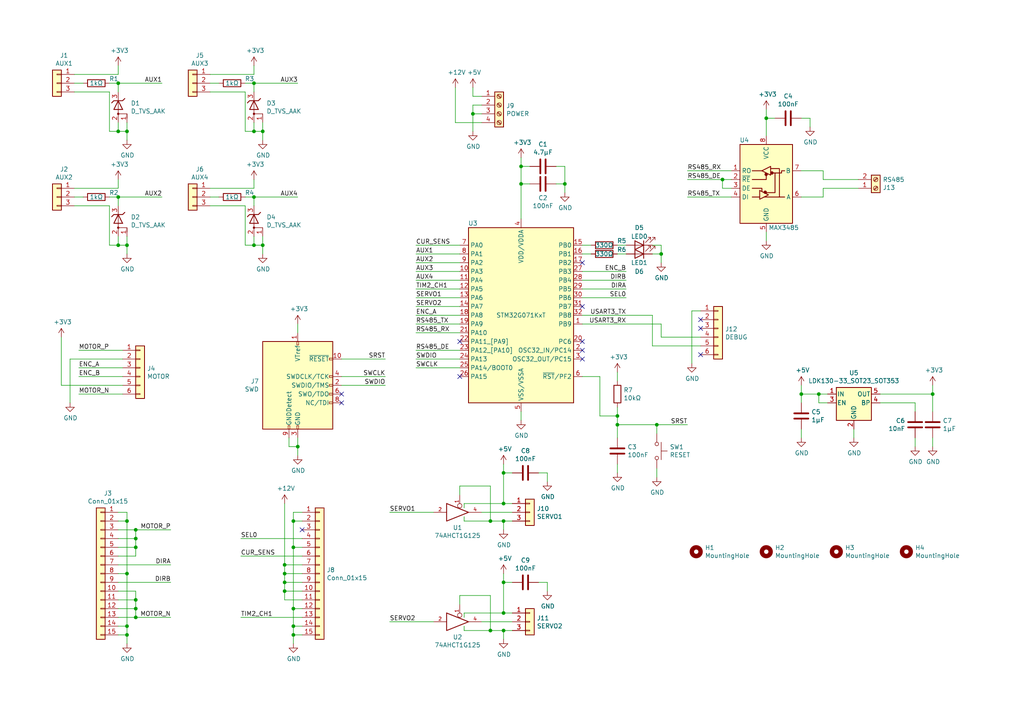
<source format=kicad_sch>
(kicad_sch (version 20211123) (generator eeschema)
  (paper "A4")
  (title_block (title "Motor Driver Board") (date "2020-09-30") (rev "1.0") (company "Nathan Dumont"))
  (lib_symbols
    (symbol "74xGxx:74AHCT1G125" (pin_names (offset 1.016))
      (property "Reference" "U" (at -2.54 3.81 0))
      (property "Value" "74AHCT1G125" (at 0 -3.81 0))
      (symbol "74AHCT1G125_1_1"
        (pin input inverted (at 0 5.08 270) (length 3.81) (name "~") (number "1"))
        (pin input line (at -7.62 0 0) (length 3.81) (name "~") (number "2"))
        (pin power_in line (at 1.27 -1.27 270) (length 0) hide (name "GND") (number "3"))
        (pin tri_state line (at 6.35 0 180) (length 3.81) (name "~") (number "4"))
        (pin power_in line (at 1.27 1.27 90) (length 0) hide (name "VCC") (number "5"))
      )
    )
    (symbol "Connector:Conn_ARM_JTAG_SWD_10" (pin_names (offset 1.016))
      (property "Reference" "J" (at -2.54 16.51 0))
      (property "Value" "Conn_ARM_JTAG_SWD_10" (at -2.54 13.97 0))
      (symbol "Conn_ARM_JTAG_SWD_10_1_1"
        (pin power_in line (at 0 15.24 270) (length 2.54) (name "VTref") (number "1"))
        (pin open_collector line (at 12.7 7.62 180) (length 2.54) (name "~{RESET}") (number "10"))
        (pin bidirectional line (at 12.7 0 180) (length 2.54) (name "SWDIO/TMS") (number "2"))
        (pin power_in line (at 0 -15.24 90) (length 2.54) (name "GND") (number "3"))
        (pin output line (at 12.7 2.54 180) (length 2.54) (name "SWDCLK/TCK") (number "4"))
        (pin passive line (at 0 -15.24 90) (length 2.54) hide (name "GND") (number "5"))
        (pin input line (at 12.7 -2.54 180) (length 2.54) (name "SWO/TDO") (number "6"))
        (pin no_connect line (at -10.16 0 0) (length 2.54) hide (name "KEY") (number "7"))
        (pin output line (at 12.7 -5.08 180) (length 2.54) (name "NC/TDI") (number "8"))
        (pin passive line (at -2.54 -15.24 90) (length 2.54) (name "GNDDetect") (number "9"))
      )
    )
    (symbol "Connector:Screw_Terminal_01x02" (pin_names (offset 1.016) hide)
      (property "Reference" "J" (at 0 2.54 0))
      (property "Value" "Screw_Terminal_01x02" (at 0 -5.08 0))
      (symbol "Screw_Terminal_01x02_1_1"
        (pin passive line (at -5.08 0 0) (length 3.81) (name "Pin_1") (number "1"))
        (pin passive line (at -5.08 -2.54 0) (length 3.81) (name "Pin_2") (number "2"))
      )
    )
    (symbol "Connector:Screw_Terminal_01x04" (pin_names (offset 1.016) hide)
      (property "Reference" "J" (at 0 5.08 0))
      (property "Value" "Screw_Terminal_01x04" (at 0 -7.62 0))
      (symbol "Screw_Terminal_01x04_1_1"
        (pin passive line (at -5.08 2.54 0) (length 3.81) (name "Pin_1") (number "1"))
        (pin passive line (at -5.08 0 0) (length 3.81) (name "Pin_2") (number "2"))
        (pin passive line (at -5.08 -2.54 0) (length 3.81) (name "Pin_3") (number "3"))
        (pin passive line (at -5.08 -5.08 0) (length 3.81) (name "Pin_4") (number "4"))
      )
    )
    (symbol "Connector_Generic:Conn_01x03" (pin_names (offset 1.016) hide)
      (property "Reference" "J" (at 0 5.08 0))
      (property "Value" "Conn_01x03" (at 0 -5.08 0))
      (symbol "Conn_01x03_1_1"
        (pin passive line (at -5.08 2.54 0) (length 3.81) (name "Pin_1") (number "1"))
        (pin passive line (at -5.08 0 0) (length 3.81) (name "Pin_2") (number "2"))
        (pin passive line (at -5.08 -2.54 0) (length 3.81) (name "Pin_3") (number "3"))
      )
    )
    (symbol "Connector_Generic:Conn_01x06" (pin_names (offset 1.016) hide)
      (property "Reference" "J" (at 0 7.62 0))
      (property "Value" "Conn_01x06" (at 0 -10.16 0))
      (symbol "Conn_01x06_1_1"
        (pin passive line (at -5.08 5.08 0) (length 3.81) (name "Pin_1") (number "1"))
        (pin passive line (at -5.08 2.54 0) (length 3.81) (name "Pin_2") (number "2"))
        (pin passive line (at -5.08 0 0) (length 3.81) (name "Pin_3") (number "3"))
        (pin passive line (at -5.08 -2.54 0) (length 3.81) (name "Pin_4") (number "4"))
        (pin passive line (at -5.08 -5.08 0) (length 3.81) (name "Pin_5") (number "5"))
        (pin passive line (at -5.08 -7.62 0) (length 3.81) (name "Pin_6") (number "6"))
      )
    )
    (symbol "Connector_Generic:Conn_01x15" (pin_names (offset 1.016) hide)
      (property "Reference" "J" (at 0 20.32 0))
      (property "Value" "Conn_01x15" (at 0 -20.32 0))
      (symbol "Conn_01x15_1_1"
        (pin passive line (at -5.08 17.78 0) (length 3.81) (name "Pin_1") (number "1"))
        (pin passive line (at -5.08 -5.08 0) (length 3.81) (name "Pin_10") (number "10"))
        (pin passive line (at -5.08 -7.62 0) (length 3.81) (name "Pin_11") (number "11"))
        (pin passive line (at -5.08 -10.16 0) (length 3.81) (name "Pin_12") (number "12"))
        (pin passive line (at -5.08 -12.7 0) (length 3.81) (name "Pin_13") (number "13"))
        (pin passive line (at -5.08 -15.24 0) (length 3.81) (name "Pin_14") (number "14"))
        (pin passive line (at -5.08 -17.78 0) (length 3.81) (name "Pin_15") (number "15"))
        (pin passive line (at -5.08 15.24 0) (length 3.81) (name "Pin_2") (number "2"))
        (pin passive line (at -5.08 12.7 0) (length 3.81) (name "Pin_3") (number "3"))
        (pin passive line (at -5.08 10.16 0) (length 3.81) (name "Pin_4") (number "4"))
        (pin passive line (at -5.08 7.62 0) (length 3.81) (name "Pin_5") (number "5"))
        (pin passive line (at -5.08 5.08 0) (length 3.81) (name "Pin_6") (number "6"))
        (pin passive line (at -5.08 2.54 0) (length 3.81) (name "Pin_7") (number "7"))
        (pin passive line (at -5.08 0 0) (length 3.81) (name "Pin_8") (number "8"))
        (pin passive line (at -5.08 -2.54 0) (length 3.81) (name "Pin_9") (number "9"))
      )
    )
    (symbol "Device:C" (pin_numbers hide) (pin_names (offset 0.254))
      (property "Reference" "C" (at 0.635 2.54 0))
      (property "Value" "C" (at 0.635 -2.54 0))
      (symbol "C_1_1"
        (pin passive line (at 0 3.81 270) (length 2.794) (name "~") (number "1"))
        (pin passive line (at 0 -3.81 90) (length 2.794) (name "~") (number "2"))
      )
    )
    (symbol "Device:LED" (pin_numbers hide) (pin_names (offset 1.016) hide)
      (property "Reference" "D" (at 0 2.54 0))
      (property "Value" "LED" (at 0 -2.54 0))
      (symbol "LED_1_1"
        (pin passive line (at -3.81 0 0) (length 2.54) (name "K") (number "1"))
        (pin passive line (at 3.81 0 180) (length 2.54) (name "A") (number "2"))
      )
    )
    (symbol "Device:R" (pin_numbers hide) (pin_names (offset 0))
      (property "Reference" "R" (at 2.032 0 90))
      (property "Value" "R" (at 0 0 90))
      (symbol "R_1_1"
        (pin passive line (at 0 3.81 270) (length 1.27) (name "~") (number "1"))
        (pin passive line (at 0 -3.81 90) (length 1.27) (name "~") (number "2"))
      )
    )
    (symbol "Interface_UART:MAX3485"
      (property "Reference" "U" (at -6.096 11.43 0))
      (property "Value" "MAX3485" (at 0.762 11.43 0))
      (symbol "MAX3485_1_1"
        (pin output line (at -10.16 2.54 0) (length 2.54) (name "RO") (number "1"))
        (pin input line (at -10.16 0 0) (length 2.54) (name "~{RE}") (number "2"))
        (pin input line (at -10.16 -2.54 0) (length 2.54) (name "DE") (number "3"))
        (pin input line (at -10.16 -5.08 0) (length 2.54) (name "DI") (number "4"))
        (pin power_in line (at 0 -15.24 90) (length 2.54) (name "GND") (number "5"))
        (pin bidirectional line (at 10.16 -5.08 180) (length 2.54) (name "A") (number "6"))
        (pin bidirectional line (at 10.16 2.54 180) (length 2.54) (name "B") (number "7"))
        (pin power_in line (at 0 12.7 270) (length 2.54) (name "VCC") (number "8"))
      )
    )
    (symbol "MCU_ST_STM32G0:STM32G071KxT"
      (property "Reference" "U" (at -15.24 26.67 0))
      (property "Value" "STM32G071KxT" (at 1.27 26.67 0))
      (symbol "STM32G071KxT_1_1"
        (pin bidirectional line (at 17.78 -2.54 180) (length 2.54) (name "PB9") (number "1"))
        (pin bidirectional line (at -17.78 12.7 0) (length 2.54) (name "PA3") (number "10"))
        (pin bidirectional line (at -17.78 10.16 0) (length 2.54) (name "PA4") (number "11"))
        (pin bidirectional line (at -17.78 7.62 0) (length 2.54) (name "PA5") (number "12"))
        (pin bidirectional line (at -17.78 5.08 0) (length 2.54) (name "PA6") (number "13"))
        (pin bidirectional line (at -17.78 2.54 0) (length 2.54) (name "PA7") (number "14"))
        (pin bidirectional line (at 17.78 20.32 180) (length 2.54) (name "PB0") (number "15"))
        (pin bidirectional line (at 17.78 17.78 180) (length 2.54) (name "PB1") (number "16"))
        (pin bidirectional line (at 17.78 15.24 180) (length 2.54) (name "PB2") (number "17"))
        (pin bidirectional line (at -17.78 0 0) (length 2.54) (name "PA8") (number "18"))
        (pin bidirectional line (at -17.78 -2.54 0) (length 2.54) (name "PA9") (number "19"))
        (pin bidirectional line (at 17.78 -10.16 180) (length 2.54) (name "OSC32_IN/PC14") (number "2"))
        (pin bidirectional line (at 17.78 -7.62 180) (length 2.54) (name "PC6") (number "20"))
        (pin bidirectional line (at -17.78 -5.08 0) (length 2.54) (name "PA10") (number "21"))
        (pin bidirectional line (at -17.78 -7.62 0) (length 2.54) (name "PA11_[PA9]") (number "22"))
        (pin bidirectional line (at -17.78 -10.16 0) (length 2.54) (name "PA12_[PA10]") (number "23"))
        (pin bidirectional line (at -17.78 -12.7 0) (length 2.54) (name "PA13") (number "24"))
        (pin bidirectional line (at -17.78 -15.24 0) (length 2.54) (name "PA14/BOOT0") (number "25"))
        (pin bidirectional line (at -17.78 -17.78 0) (length 2.54) (name "PA15") (number "26"))
        (pin bidirectional line (at 17.78 12.7 180) (length 2.54) (name "PB3") (number "27"))
        (pin bidirectional line (at 17.78 10.16 180) (length 2.54) (name "PB4") (number "28"))
        (pin bidirectional line (at 17.78 7.62 180) (length 2.54) (name "PB5") (number "29"))
        (pin bidirectional line (at 17.78 -12.7 180) (length 2.54) (name "OSC32_OUT/PC15") (number "3"))
        (pin bidirectional line (at 17.78 5.08 180) (length 2.54) (name "PB6") (number "30"))
        (pin bidirectional line (at 17.78 2.54 180) (length 2.54) (name "PB7") (number "31"))
        (pin bidirectional line (at 17.78 0 180) (length 2.54) (name "PB8") (number "32"))
        (pin power_in line (at 0 27.94 270) (length 2.54) (name "VDD/VDDA") (number "4"))
        (pin power_in line (at 0 -27.94 90) (length 2.54) (name "VSS/VSSA") (number "5"))
        (pin bidirectional line (at 17.78 -17.78 180) (length 2.54) (name "~{RST}/PF2") (number "6"))
        (pin bidirectional line (at -17.78 20.32 0) (length 2.54) (name "PA0") (number "7"))
        (pin bidirectional line (at -17.78 17.78 0) (length 2.54) (name "PA1") (number "8"))
        (pin bidirectional line (at -17.78 15.24 0) (length 2.54) (name "PA2") (number "9"))
      )
    )
    (symbol "Mechanical:MountingHole" (pin_names (offset 1.016))
      (property "Reference" "H" (at 0 5.08 0))
      (property "Value" "MountingHole" (at 0 3.175 0))
    )
    (symbol "Regulator_Linear:LDK130-33_SOT23_SOT353" (pin_names (offset 0.254))
      (property "Reference" "U" (at -3.81 5.715 0))
      (property "Value" "LDK130-33_SOT23_SOT353" (at 0 5.715 0))
      (symbol "LDK130-33_SOT23_SOT353_1_1"
        (pin power_in line (at -7.62 2.54 0) (length 2.54) (name "IN") (number "1"))
        (pin power_in line (at 0 -7.62 90) (length 2.54) (name "GND") (number "2"))
        (pin input line (at -7.62 0 0) (length 2.54) (name "EN") (number "3"))
        (pin passive line (at 7.62 0 180) (length 2.54) (name "BP") (number "4"))
        (pin power_out line (at 7.62 2.54 180) (length 2.54) (name "OUT") (number "5"))
      )
    )
    (symbol "Switch:SW_Push" (pin_numbers hide) (pin_names (offset 1.016) hide)
      (property "Reference" "SW" (at 1.27 2.54 0))
      (property "Value" "SW_Push" (at 0 -1.524 0))
      (symbol "SW_Push_0_1"
        (pin passive line (at -5.08 0 0) (length 2.54) (name "1") (number "1"))
        (pin passive line (at 5.08 0 180) (length 2.54) (name "2") (number "2"))
      )
    )
    (symbol "extras:D_TVS_AAK" (pin_names (offset 0) hide)
      (property "Reference" "D" (at 0 2.54 0))
      (property "Value" "D_TVS_AAK" (at 0 -2.54 0))
      (symbol "D_TVS_AAK_1_1"
        (pin passive line (at 5.08 2.54 180) (length 2.54) (name "A") (number "1"))
        (pin passive line (at 5.08 0 180) (length 2.54) (name "A") (number "2"))
        (pin passive line (at -3.81 0 0) (length 2.54) (name "K") (number "3"))
      )
    )
    (symbol "power:+12V" (power) (pin_names (offset 0))
      (property "Value" "+12V" (at 0 3.556 0))
      (symbol "+12V_1_1"
        (pin power_in line (at 0 0 90) (length 0) hide (name "+12V") (number "1"))
      )
    )
    (symbol "power:+3.3V" (power) (pin_names (offset 0))
      (property "Value" "+3.3V" (at 0 3.556 0))
      (symbol "+3.3V_1_1"
        (pin power_in line (at 0 0 90) (length 0) hide (name "+3V3") (number "1"))
      )
    )
    (symbol "power:+5V" (power) (pin_names (offset 0))
      (property "Value" "+5V" (at 0 3.556 0))
      (symbol "+5V_1_1"
        (pin power_in line (at 0 0 90) (length 0) hide (name "+5V") (number "1"))
      )
    )
    (symbol "power:GND" (power) (pin_names (offset 0))
      (property "Value" "GND" (at 0 -3.81 0))
      (symbol "GND_1_1"
        (pin power_in line (at 0 0 270) (length 0) hide (name "GND") (number "1"))
      )
    )
    (symbol "power:PWR_FLAG" (power) (pin_numbers hide) (pin_names (offset 0) hide)
      (property "Value" "PWR_FLAG" (at 0 3.81 0))
      (symbol "PWR_FLAG_0_0"
        (pin power_out line (at 0 0 90) (length 0) (name "pwr") (number "1"))
      )
    )
  )
  (junction (at 146.05 182.88))
  (junction (at 179.07 123.19))
  (junction (at 142.24 182.88))
  (junction (at 237.49 114.3))
  (junction (at 36.83 181.61))
  (junction (at 146.05 177.8))
  (junction (at 39.37 173.99))
  (junction (at 82.55 166.37))
  (junction (at 82.55 171.45))
  (junction (at 39.37 158.75))
  (junction (at 34.29 71.12))
  (junction (at 36.83 38.1))
  (junction (at 151.13 48.26))
  (junction (at 76.2 71.12))
  (junction (at 270.51 114.3))
  (junction (at 82.55 163.83))
  (junction (at 36.83 151.13))
  (junction (at 142.24 151.13))
  (junction (at 179.07 120.65))
  (junction (at 146.05 137.16))
  (junction (at 232.41 114.3))
  (junction (at 36.83 71.12))
  (junction (at 39.37 176.53))
  (junction (at 85.09 158.75))
  (junction (at 146.05 151.13))
  (junction (at 36.83 184.15))
  (junction (at 36.83 166.37))
  (junction (at 209.55 52.07))
  (junction (at 85.09 151.13))
  (junction (at 73.66 71.12))
  (junction (at 190.5 123.19))
  (junction (at 85.09 184.15))
  (junction (at 76.2 38.1))
  (junction (at 39.37 153.67))
  (junction (at 85.09 176.53))
  (junction (at 191.77 73.66))
  (junction (at 137.16 33.02))
  (junction (at 222.25 34.29))
  (junction (at 39.37 156.21))
  (junction (at 34.29 24.13))
  (junction (at 82.55 168.91))
  (junction (at 34.29 57.15))
  (junction (at 34.29 38.1))
  (junction (at 39.37 179.07))
  (junction (at 163.83 53.34))
  (junction (at 151.13 53.34))
  (junction (at 73.66 24.13))
  (junction (at 73.66 38.1))
  (junction (at 86.36 129.54))
  (junction (at 146.05 168.91))
  (junction (at 146.05 146.05))
  (junction (at 85.09 181.61))
  (junction (at 73.66 57.15))
  (no_connect (at 99.06 114.3))
  (no_connect (at 168.91 104.14))
  (no_connect (at 203.2 102.87))
  (no_connect (at 168.91 99.06))
  (no_connect (at 203.2 95.25))
  (no_connect (at 168.91 101.6))
  (no_connect (at 87.63 153.67))
  (no_connect (at 133.35 109.22))
  (no_connect (at 99.06 116.84))
  (no_connect (at 133.35 99.06))
  (no_connect (at 168.91 88.9))
  (no_connect (at 168.91 76.2))
  (no_connect (at 203.2 92.71))
  (wire (pts (xy 34.29 57.15) (xy 34.29 59.69)))
  (wire (pts (xy 87.63 158.75) (xy 85.09 158.75)))
  (wire (pts (xy 83.82 127) (xy 83.82 129.54)))
  (wire (pts (xy 270.51 114.3) (xy 270.51 111.76)))
  (wire (pts (xy 132.08 35.56) (xy 132.08 25.4)))
  (wire (pts (xy 189.23 91.44) (xy 189.23 100.33)))
  (wire (pts (xy 163.83 53.34) (xy 161.29 53.34)))
  (wire (pts (xy 168.91 109.22) (xy 173.99 109.22)))
  (wire (pts (xy 31.75 26.67) (xy 31.75 38.1)))
  (wire (pts (xy 85.09 176.53) (xy 85.09 181.61)))
  (wire (pts (xy 179.07 71.12) (xy 181.61 71.12)))
  (wire (pts (xy 248.92 52.07) (xy 238.76 52.07)))
  (wire (pts (xy 238.76 49.53) (xy 232.41 49.53)))
  (wire (pts (xy 137.16 27.94) (xy 137.16 25.4)))
  (wire (pts (xy 73.66 54.61) (xy 73.66 52.07)))
  (wire (pts (xy 34.29 161.29) (xy 39.37 161.29)))
  (wire (pts (xy 163.83 53.34) (xy 163.83 55.88)))
  (wire (pts (xy 34.29 151.13) (xy 36.83 151.13)))
  (wire (pts (xy 237.49 114.3) (xy 240.03 114.3)))
  (wire (pts (xy 179.07 120.65) (xy 179.07 118.11)))
  (wire (pts (xy 222.25 34.29) (xy 224.79 34.29)))
  (wire (pts (xy 148.59 148.59) (xy 139.7 148.59)))
  (wire (pts (xy 139.7 27.94) (xy 137.16 27.94)))
  (wire (pts (xy 31.75 38.1) (xy 34.29 38.1)))
  (wire (pts (xy 21.59 54.61) (xy 34.29 54.61)))
  (wire (pts (xy 234.95 34.29) (xy 234.95 36.83)))
  (wire (pts (xy 189.23 73.66) (xy 191.77 73.66)))
  (wire (pts (xy 142.24 140.97) (xy 142.24 151.13)))
  (wire (pts (xy 73.66 24.13) (xy 73.66 26.67)))
  (wire (pts (xy 69.85 156.21) (xy 87.63 156.21)))
  (wire (pts (xy 190.5 135.89) (xy 190.5 138.43)))
  (wire (pts (xy 73.66 24.13) (xy 86.36 24.13)))
  (wire (pts (xy 34.29 57.15) (xy 46.99 57.15)))
  (wire (pts (xy 85.09 151.13) (xy 85.09 158.75)))
  (wire (pts (xy 222.25 67.31) (xy 222.25 69.85)))
  (wire (pts (xy 190.5 123.19) (xy 190.5 125.73)))
  (wire (pts (xy 34.29 171.45) (xy 39.37 171.45)))
  (wire (pts (xy 87.63 176.53) (xy 85.09 176.53)))
  (wire (pts (xy 60.96 21.59) (xy 73.66 21.59)))
  (wire (pts (xy 181.61 81.28) (xy 168.91 81.28)))
  (wire (pts (xy 31.75 24.13) (xy 34.29 24.13)))
  (wire (pts (xy 34.29 184.15) (xy 36.83 184.15)))
  (wire (pts (xy 161.29 48.26) (xy 163.83 48.26)))
  (wire (pts (xy 73.66 38.1) (xy 76.2 38.1)))
  (wire (pts (xy 34.29 71.12) (xy 34.29 68.58)))
  (wire (pts (xy 232.41 114.3) (xy 232.41 111.76)))
  (wire (pts (xy 85.09 158.75) (xy 85.09 176.53)))
  (wire (pts (xy 148.59 182.88) (xy 146.05 182.88)))
  (wire (pts (xy 34.29 158.75) (xy 39.37 158.75)))
  (wire (pts (xy 179.07 123.19) (xy 190.5 123.19)))
  (wire (pts (xy 82.55 173.99) (xy 82.55 171.45)))
  (wire (pts (xy 163.83 48.26) (xy 163.83 53.34)))
  (wire (pts (xy 142.24 151.13) (xy 146.05 151.13)))
  (wire (pts (xy 86.36 96.52) (xy 86.36 93.98)))
  (wire (pts (xy 76.2 71.12) (xy 76.2 68.58)))
  (wire (pts (xy 148.59 151.13) (xy 146.05 151.13)))
  (wire (pts (xy 73.66 57.15) (xy 73.66 59.69)))
  (wire (pts (xy 87.63 168.91) (xy 82.55 168.91)))
  (wire (pts (xy 191.77 93.98) (xy 191.77 97.79)))
  (wire (pts (xy 134.62 146.05) (xy 146.05 146.05)))
  (wire (pts (xy 156.21 137.16) (xy 158.75 137.16)))
  (wire (pts (xy 82.55 163.83) (xy 82.55 166.37)))
  (wire (pts (xy 34.29 153.67) (xy 39.37 153.67)))
  (wire (pts (xy 120.65 78.74) (xy 133.35 78.74)))
  (wire (pts (xy 134.62 147.32) (xy 134.62 146.05)))
  (wire (pts (xy 222.25 34.29) (xy 222.25 39.37)))
  (wire (pts (xy 238.76 57.15) (xy 238.76 54.61)))
  (wire (pts (xy 120.65 81.28) (xy 133.35 81.28)))
  (wire (pts (xy 87.63 161.29) (xy 69.85 161.29)))
  (wire (pts (xy 199.39 52.07) (xy 209.55 52.07)))
  (wire (pts (xy 148.59 168.91) (xy 146.05 168.91)))
  (wire (pts (xy 179.07 73.66) (xy 181.61 73.66)))
  (wire (pts (xy 238.76 52.07) (xy 238.76 49.53)))
  (wire (pts (xy 31.75 71.12) (xy 34.29 71.12)))
  (wire (pts (xy 76.2 38.1) (xy 76.2 35.56)))
  (wire (pts (xy 35.56 106.68) (xy 22.86 106.68)))
  (wire (pts (xy 209.55 52.07) (xy 212.09 52.07)))
  (wire (pts (xy 20.32 104.14) (xy 20.32 116.84)))
  (wire (pts (xy 36.83 181.61) (xy 36.83 184.15)))
  (wire (pts (xy 173.99 109.22) (xy 173.99 120.65)))
  (wire (pts (xy 139.7 35.56) (xy 132.08 35.56)))
  (wire (pts (xy 146.05 146.05) (xy 146.05 137.16)))
  (wire (pts (xy 148.59 137.16) (xy 146.05 137.16)))
  (wire (pts (xy 60.96 24.13) (xy 63.5 24.13)))
  (wire (pts (xy 76.2 38.1) (xy 76.2 40.64)))
  (wire (pts (xy 142.24 172.72) (xy 142.24 182.88)))
  (wire (pts (xy 99.06 104.14) (xy 111.76 104.14)))
  (wire (pts (xy 39.37 179.07) (xy 34.29 179.07)))
  (wire (pts (xy 60.96 26.67) (xy 71.12 26.67)))
  (wire (pts (xy 151.13 121.92) (xy 151.13 119.38)))
  (wire (pts (xy 60.96 54.61) (xy 73.66 54.61)))
  (wire (pts (xy 133.35 96.52) (xy 120.65 96.52)))
  (wire (pts (xy 189.23 71.12) (xy 191.77 71.12)))
  (wire (pts (xy 270.51 119.38) (xy 270.51 114.3)))
  (wire (pts (xy 35.56 114.3) (xy 22.86 114.3)))
  (wire (pts (xy 209.55 52.07) (xy 209.55 54.61)))
  (wire (pts (xy 238.76 54.61) (xy 248.92 54.61)))
  (wire (pts (xy 73.66 38.1) (xy 73.66 35.56)))
  (wire (pts (xy 146.05 177.8) (xy 146.05 168.91)))
  (wire (pts (xy 133.35 143.51) (xy 133.35 140.97)))
  (wire (pts (xy 179.07 134.62) (xy 179.07 137.16)))
  (wire (pts (xy 191.77 71.12) (xy 191.77 73.66)))
  (wire (pts (xy 232.41 124.46) (xy 232.41 127)))
  (wire (pts (xy 265.43 127) (xy 265.43 129.54)))
  (wire (pts (xy 240.03 116.84) (xy 237.49 116.84)))
  (wire (pts (xy 34.29 38.1) (xy 34.29 35.56)))
  (wire (pts (xy 34.29 24.13) (xy 46.99 24.13)))
  (wire (pts (xy 151.13 53.34) (xy 153.67 53.34)))
  (wire (pts (xy 133.35 140.97) (xy 142.24 140.97)))
  (wire (pts (xy 232.41 34.29) (xy 234.95 34.29)))
  (wire (pts (xy 200.66 90.17) (xy 200.66 105.41)))
  (wire (pts (xy 341.63 110.49) (xy 341.63 114.3)))
  (wire (pts (xy 73.66 57.15) (xy 86.36 57.15)))
  (wire (pts (xy 21.59 59.69) (xy 31.75 59.69)))
  (wire (pts (xy 73.66 21.59) (xy 73.66 19.05)))
  (wire (pts (xy 87.63 151.13) (xy 85.09 151.13)))
  (wire (pts (xy 316.23 99.06) (xy 316.23 95.25)))
  (wire (pts (xy 179.07 123.19) (xy 179.07 120.65)))
  (wire (pts (xy 237.49 116.84) (xy 237.49 114.3)))
  (wire (pts (xy 36.83 181.61) (xy 36.83 166.37)))
  (wire (pts (xy 39.37 176.53) (xy 39.37 179.07)))
  (wire (pts (xy 158.75 168.91) (xy 158.75 171.45)))
  (wire (pts (xy 134.62 179.07) (xy 134.62 177.8)))
  (wire (pts (xy 137.16 30.48) (xy 137.16 33.02)))
  (wire (pts (xy 134.62 181.61) (xy 134.62 182.88)))
  (wire (pts (xy 134.62 177.8) (xy 146.05 177.8)))
  (wire (pts (xy 203.2 90.17) (xy 200.66 90.17)))
  (wire (pts (xy 168.91 91.44) (xy 189.23 91.44)))
  (wire (pts (xy 85.09 148.59) (xy 85.09 151.13)))
  (wire (pts (xy 87.63 171.45) (xy 82.55 171.45)))
  (wire (pts (xy 34.29 173.99) (xy 39.37 173.99)))
  (wire (pts (xy 86.36 129.54) (xy 86.36 132.08)))
  (wire (pts (xy 39.37 171.45) (xy 39.37 173.99)))
  (wire (pts (xy 209.55 54.61) (xy 212.09 54.61)))
  (wire (pts (xy 191.77 97.79) (xy 203.2 97.79)))
  (wire (pts (xy 139.7 30.48) (xy 137.16 30.48)))
  (wire (pts (xy 142.24 182.88) (xy 146.05 182.88)))
  (wire (pts (xy 36.83 38.1) (xy 36.83 40.64)))
  (wire (pts (xy 87.63 163.83) (xy 82.55 163.83)))
  (wire (pts (xy 83.82 129.54) (xy 86.36 129.54)))
  (wire (pts (xy 21.59 57.15) (xy 24.13 57.15)))
  (wire (pts (xy 148.59 146.05) (xy 146.05 146.05)))
  (wire (pts (xy 133.35 86.36) (xy 120.65 86.36)))
  (wire (pts (xy 168.91 71.12) (xy 171.45 71.12)))
  (wire (pts (xy 181.61 78.74) (xy 168.91 78.74)))
  (wire (pts (xy 120.65 71.12) (xy 133.35 71.12)))
  (wire (pts (xy 34.29 176.53) (xy 39.37 176.53)))
  (wire (pts (xy 34.29 156.21) (xy 39.37 156.21)))
  (wire (pts (xy 265.43 116.84) (xy 265.43 119.38)))
  (wire (pts (xy 87.63 173.99) (xy 82.55 173.99)))
  (wire (pts (xy 120.65 73.66) (xy 133.35 73.66)))
  (wire (pts (xy 189.23 100.33) (xy 203.2 100.33)))
  (wire (pts (xy 35.56 111.76) (xy 17.78 111.76)))
  (wire (pts (xy 222.25 34.29) (xy 222.25 31.75)))
  (wire (pts (xy 34.29 71.12) (xy 36.83 71.12)))
  (wire (pts (xy 120.65 101.6) (xy 133.35 101.6)))
  (wire (pts (xy 232.41 57.15) (xy 238.76 57.15)))
  (wire (pts (xy 168.91 83.82) (xy 181.61 83.82)))
  (wire (pts (xy 179.07 110.49) (xy 179.07 107.95)))
  (wire (pts (xy 247.65 124.46) (xy 247.65 127)))
  (wire (pts (xy 31.75 57.15) (xy 34.29 57.15)))
  (wire (pts (xy 76.2 71.12) (xy 76.2 73.66)))
  (wire (pts (xy 125.73 148.59) (xy 113.03 148.59)))
  (wire (pts (xy 137.16 33.02) (xy 137.16 38.1)))
  (wire (pts (xy 71.12 57.15) (xy 73.66 57.15)))
  (wire (pts (xy 133.35 88.9) (xy 120.65 88.9)))
  (wire (pts (xy 85.09 181.61) (xy 85.09 184.15)))
  (wire (pts (xy 49.53 168.91) (xy 34.29 168.91)))
  (wire (pts (xy 270.51 114.3) (xy 255.27 114.3)))
  (wire (pts (xy 111.76 109.22) (xy 99.06 109.22)))
  (wire (pts (xy 120.65 76.2) (xy 133.35 76.2)))
  (wire (pts (xy 39.37 179.07) (xy 49.53 179.07)))
  (wire (pts (xy 34.29 21.59) (xy 34.29 19.05)))
  (wire (pts (xy 85.09 184.15) (xy 85.09 186.69)))
  (wire (pts (xy 34.29 24.13) (xy 34.29 26.67)))
  (wire (pts (xy 133.35 175.26) (xy 133.35 172.72)))
  (wire (pts (xy 21.59 26.67) (xy 31.75 26.67)))
  (wire (pts (xy 69.85 179.07) (xy 87.63 179.07)))
  (wire (pts (xy 237.49 114.3) (xy 232.41 114.3)))
  (wire (pts (xy 151.13 48.26) (xy 151.13 45.72)))
  (wire (pts (xy 34.29 38.1) (xy 36.83 38.1)))
  (wire (pts (xy 173.99 120.65) (xy 179.07 120.65)))
  (wire (pts (xy 191.77 73.66) (xy 191.77 76.2)))
  (wire (pts (xy 190.5 123.19) (xy 199.39 123.19)))
  (wire (pts (xy 255.27 116.84) (xy 265.43 116.84)))
  (wire (pts (xy 82.55 171.45) (xy 82.55 168.91)))
  (wire (pts (xy 35.56 101.6) (xy 22.86 101.6)))
  (wire (pts (xy 87.63 148.59) (xy 85.09 148.59)))
  (wire (pts (xy 31.75 59.69) (xy 31.75 71.12)))
  (wire (pts (xy 151.13 53.34) (xy 151.13 48.26)))
  (wire (pts (xy 134.62 151.13) (xy 142.24 151.13)))
  (wire (pts (xy 133.35 91.44) (xy 120.65 91.44)))
  (wire (pts (xy 82.55 166.37) (xy 87.63 166.37)))
  (wire (pts (xy 39.37 161.29) (xy 39.37 158.75)))
  (wire (pts (xy 139.7 33.02) (xy 137.16 33.02)))
  (wire (pts (xy 120.65 93.98) (xy 133.35 93.98)))
  (wire (pts (xy 71.12 26.67) (xy 71.12 38.1)))
  (wire (pts (xy 73.66 71.12) (xy 76.2 71.12)))
  (wire (pts (xy 146.05 168.91) (xy 146.05 166.37)))
  (wire (pts (xy 73.66 71.12) (xy 73.66 68.58)))
  (wire (pts (xy 148.59 177.8) (xy 146.05 177.8)))
  (wire (pts (xy 134.62 149.86) (xy 134.62 151.13)))
  (wire (pts (xy 82.55 163.83) (xy 82.55 146.05)))
  (wire (pts (xy 151.13 63.5) (xy 151.13 53.34)))
  (wire (pts (xy 36.83 71.12) (xy 36.83 73.66)))
  (wire (pts (xy 181.61 86.36) (xy 168.91 86.36)))
  (wire (pts (xy 232.41 114.3) (xy 232.41 116.84)))
  (wire (pts (xy 151.13 48.26) (xy 153.67 48.26)))
  (wire (pts (xy 87.63 181.61) (xy 85.09 181.61)))
  (wire (pts (xy 120.65 104.14) (xy 133.35 104.14)))
  (wire (pts (xy 34.29 181.61) (xy 36.83 181.61)))
  (wire (pts (xy 17.78 111.76) (xy 17.78 97.79)))
  (wire (pts (xy 158.75 137.16) (xy 158.75 139.7)))
  (wire (pts (xy 21.59 24.13) (xy 24.13 24.13)))
  (wire (pts (xy 111.76 111.76) (xy 99.06 111.76)))
  (wire (pts (xy 34.29 54.61) (xy 34.29 52.07)))
  (wire (pts (xy 71.12 59.69) (xy 71.12 71.12)))
  (wire (pts (xy 156.21 168.91) (xy 158.75 168.91)))
  (wire (pts (xy 34.29 166.37) (xy 36.83 166.37)))
  (wire (pts (xy 39.37 156.21) (xy 39.37 153.67)))
  (wire (pts (xy 60.96 59.69) (xy 71.12 59.69)))
  (wire (pts (xy 125.73 180.34) (xy 113.03 180.34)))
  (wire (pts (xy 326.39 99.06) (xy 326.39 95.25)))
  (wire (pts (xy 148.59 180.34) (xy 139.7 180.34)))
  (wire (pts (xy 120.65 83.82) (xy 133.35 83.82)))
  (wire (pts (xy 71.12 24.13) (xy 73.66 24.13)))
  (wire (pts (xy 212.09 49.53) (xy 199.39 49.53)))
  (wire (pts (xy 134.62 182.88) (xy 142.24 182.88)))
  (wire (pts (xy 71.12 71.12) (xy 73.66 71.12)))
  (wire (pts (xy 36.83 148.59) (xy 34.29 148.59)))
  (wire (pts (xy 22.86 109.22) (xy 35.56 109.22)))
  (wire (pts (xy 133.35 172.72) (xy 142.24 172.72)))
  (wire (pts (xy 36.83 71.12) (xy 36.83 68.58)))
  (wire (pts (xy 36.83 184.15) (xy 36.83 186.69)))
  (wire (pts (xy 21.59 21.59) (xy 34.29 21.59)))
  (wire (pts (xy 86.36 129.54) (xy 86.36 127)))
  (wire (pts (xy 168.91 73.66) (xy 171.45 73.66)))
  (wire (pts (xy 60.96 57.15) (xy 63.5 57.15)))
  (wire (pts (xy 36.83 38.1) (xy 36.83 35.56)))
  (wire (pts (xy 270.51 127) (xy 270.51 129.54)))
  (wire (pts (xy 82.55 168.91) (xy 82.55 166.37)))
  (wire (pts (xy 36.83 151.13) (xy 36.83 148.59)))
  (wire (pts (xy 146.05 151.13) (xy 146.05 153.67)))
  (wire (pts (xy 39.37 153.67) (xy 49.53 153.67)))
  (wire (pts (xy 39.37 158.75) (xy 39.37 156.21)))
  (wire (pts (xy 120.65 106.68) (xy 133.35 106.68)))
  (wire (pts (xy 179.07 127) (xy 179.07 123.19)))
  (wire (pts (xy 146.05 182.88) (xy 146.05 185.42)))
  (wire (pts (xy 199.39 57.15) (xy 212.09 57.15)))
  (wire (pts (xy 87.63 184.15) (xy 85.09 184.15)))
  (wire (pts (xy 168.91 93.98) (xy 191.77 93.98)))
  (wire (pts (xy 71.12 38.1) (xy 73.66 38.1)))
  (wire (pts (xy 36.83 166.37) (xy 36.83 151.13)))
  (wire (pts (xy 34.29 163.83) (xy 49.53 163.83)))
  (wire (pts (xy 39.37 173.99) (xy 39.37 176.53)))
  (wire (pts (xy 146.05 137.16) (xy 146.05 134.62)))
  (wire (pts (xy 35.56 104.14) (xy 20.32 104.14)))
  (label "USART3_RX" (at 181.61 93.98 180))
  (label "SRST" (at 111.76 104.14 180))
  (label "DIRB" (at 181.61 81.28 180))
  (label "SERVO1" (at 120.65 86.36 0))
  (label "SWCLK" (at 111.76 109.22 180))
  (label "ENC_B" (at 181.61 78.74 180))
  (label "SRST" (at 199.39 123.19 180))
  (label "RS485_DE" (at 120.65 101.6 0))
  (label "RS485_RX" (at 120.65 96.52 0))
  (label "AUX2" (at 120.65 76.2 0))
  (label "SERVO2" (at 113.03 180.34 0))
  (label "SEL0" (at 69.85 156.21 0))
  (label "SERVO2" (at 120.65 88.9 0))
  (label "CUR_SENS" (at 69.85 161.29 0))
  (label "USART3_TX" (at 181.61 91.44 180))
  (label "DIRA" (at 49.53 163.83 180))
  (label "ENC_B" (at 22.86 109.22 0))
  (label "RS485_TX" (at 199.39 57.15 0))
  (label "RS485_TX" (at 120.65 93.98 0))
  (label "CUR_SENS" (at 120.65 71.12 0))
  (label "AUX3" (at 120.65 78.74 0))
  (label "MOTOR_P" (at 49.53 153.67 180))
  (label "RS485_RX" (at 199.39 49.53 0))
  (label "SEL0" (at 181.61 86.36 180))
  (label "MOTOR_N" (at 49.53 179.07 180))
  (label "SWCLK" (at 120.65 106.68 0))
  (label "SWDIO" (at 120.65 104.14 0))
  (label "RS485_DE" (at 199.39 52.07 0))
  (label "MOTOR_N" (at 22.86 114.3 0))
  (label "AUX1" (at 120.65 73.66 0))
  (label "DIRB" (at 49.53 168.91 180))
  (label "TIM2_CH1" (at 69.85 179.07 0))
  (label "AUX3" (at 86.36 24.13 180))
  (label "AUX4" (at 120.65 81.28 0))
  (label "AUX4" (at 86.36 57.15 180))
  (label "AUX2" (at 46.99 57.15 180))
  (label "TIM2_CH1" (at 120.65 83.82 0))
  (label "SWDIO" (at 111.76 111.76 180))
  (label "DIRA" (at 181.61 83.82 180))
  (label "ENC_A" (at 120.65 91.44 0))
  (label "AUX1" (at 46.99 24.13 180))
  (label "MOTOR_P" (at 22.86 101.6 0))
  (label "SERVO1" (at 113.03 148.59 0))
  (label "ENC_A" (at 22.86 106.68 0))
  (symbol (lib_id "MCU_ST_STM32G0:STM32G071KxT") (at 151.13 91.44 0) (unit 1)
    (property "Reference" "U3" (at 137.16 64.77 0))
    (property "Value" "STM32G071KxT" (at 151.13 91.44 0))
    (property "Footprint" "Package_QFP:LQFP-32_7x7mm_P0.8mm" (effects hide))
    (property "Datasheet" "https://www.st.com/resource/en/datasheet/stm32g071kb.pdf" (effects hide))
    (property "Part number" "ST STM32G071KBT6" (effects hide))
    (property "Farnell" "2980897" (effects hide))
  )
  (symbol (lib_id "Connector_Generic:Conn_01x15") (at 29.21 166.37 0) (mirror y) (unit 1)
    (property "Reference" "J3" (at 31.2928 143.0782 0))
    (property "Value" "Conn_01x15" (at 31.2928 145.3896 0))
    (property "Footprint" "Connector_PinHeader_2.54mm:PinHeader_1x15_P2.54mm_Vertical" (effects hide))
  )
  (symbol (lib_id "Connector_Generic:Conn_01x15") (at 92.71 166.37 0) (unit 1)
    (property "Reference" "J8" (at 94.742 165.3032 0) (effects (justify left)))
    (property "Value" "Conn_01x15" (at 94.742 167.6146 0) (effects (justify left)))
    (property "Footprint" "Connector_PinSocket_2.54mm:PinSocket_1x15_P2.54mm_Vertical" (effects hide))
  )
  (symbol (lib_id "Connector:Conn_ARM_JTAG_SWD_10") (at 86.36 111.76 0) (unit 1)
    (property "Reference" "J7" (at 75.1078 110.5916 0) (effects (justify right)))
    (property "Value" "SWD" (at 75.1078 112.903 0) (effects (justify right)))
    (property "Footprint" "extras:SAMTEC_SHF-SM_5x2" (effects hide))
    (property "Datasheet" "http://infocenter.arm.com/help/topic/com.arm.doc.ddi0314h/DDI0314H_coresight_components_trm.pdf" (effects hide))
  )
  (symbol (lib_id "Connector:Screw_Terminal_01x04") (at 144.78 30.48 0) (unit 1)
    (property "Reference" "J9" (at 146.812 30.6832 0) (effects (justify left)))
    (property "Value" "POWER" (at 146.812 32.9946 0) (effects (justify left)))
    (property "Footprint" "Connector_Phoenix_MSTB:PhoenixContact_MSTBA_2,5_4-G-5,08_1x04_P5.08mm_Horizontal" (effects hide))
    (property "Farnell" "3705195" (effects hide))
    (property "Part number" "PHOENIX CONTACT MSTBA 2,5/ 4-G-5,08" (effects hide))
  )
  (symbol (lib_id "Interface_UART:MAX3485") (at 222.25 52.07 0) (unit 1)
    (property "Reference" "U4" (at 215.9 40.64 0))
    (property "Value" "MAX3485" (at 227.33 66.04 0))
    (property "Footprint" "Package_SO:SOIC-8_3.9x4.9mm_P1.27mm" (effects hide))
    (property "Datasheet" "https://datasheets.maximintegrated.com/en/ds/MAX3483-MAX3491.pdf" (effects hide))
    (property "Part number" "MAXIM MAX3485CSA+" (effects hide))
    (property "Farnell" "2512100" (effects hide))
  )
  (symbol (lib_id "Regulator_Linear:LDK130-33_SOT23_SOT353") (at 247.65 116.84 0) (unit 1)
    (property "Reference" "U5" (at 247.65 108.1532 0))
    (property "Value" "LDK130-33_SOT23_SOT353" (at 247.65 110.4646 0))
    (property "Footprint" "Package_TO_SOT_SMD:SOT-23-5" (effects hide))
    (property "Datasheet" "http://www.st.com/content/ccc/resource/technical/document/datasheet/29/10/f7/87/2f/66/47/f4/DM00076097.pdf/files/DM00076097.pdf/jcr:content/translations/en.DM00076097.pdf" (effects hide))
    (property "Part number" "ST LDK130M33R" (effects hide))
    (property "Farnell" "2849788" (effects hide))
  )
  (symbol (lib_id "Device:C") (at 232.41 120.65 0) (unit 1)
    (property "Reference" "C5" (at 235.331 119.4816 0) (effects (justify left)))
    (property "Value" "1µF" (at 235.331 121.793 0) (effects (justify left)))
    (property "Footprint" "Capacitor_SMD:C_0603_1608Metric" (effects hide))
  )
  (symbol (lib_id "Device:C") (at 270.51 123.19 0) (unit 1)
    (property "Reference" "C7" (at 273.431 122.0216 0) (effects (justify left)))
    (property "Value" "1µF" (at 273.431 124.333 0) (effects (justify left)))
    (property "Footprint" "Capacitor_SMD:C_0603_1608Metric" (effects hide))
  )
  (symbol (lib_id "Device:C") (at 265.43 123.19 0) (unit 1)
    (property "Reference" "C6" (at 262.5344 122.0216 0) (effects (justify right)))
    (property "Value" "10nF" (at 262.5344 124.333 0) (effects (justify right)))
    (property "Footprint" "Capacitor_SMD:C_0603_1608Metric" (effects hide))
  )
  (symbol (lib_id "power:GND") (at 232.41 127 0) (unit 1)
    (property "Reference" "#PWR034" (effects hide))
    (property "Value" "GND" (at 232.537 131.3942 0))
  )
  (symbol (lib_id "power:GND") (at 247.65 127 0) (unit 1)
    (property "Reference" "#PWR036" (effects hide))
    (property "Value" "GND" (at 247.777 131.3942 0))
  )
  (symbol (lib_id "power:GND") (at 265.43 129.54 0) (unit 1)
    (property "Reference" "#PWR037" (effects hide))
    (property "Value" "GND" (at 265.557 133.9342 0))
  )
  (symbol (lib_id "power:GND") (at 270.51 129.54 0) (unit 1)
    (property "Reference" "#PWR039" (effects hide))
    (property "Value" "GND" (at 270.637 133.9342 0))
  )
  (symbol (lib_id "power:+5V") (at 232.41 111.76 0) (unit 1)
    (property "Reference" "#PWR033" (effects hide))
    (property "Value" "+5V" (at 232.791 107.3658 0))
  )
  (symbol (lib_id "power:+3.3V") (at 270.51 111.76 0) (unit 1)
    (property "Reference" "#PWR038" (effects hide))
    (property "Value" "+3.3V" (at 270.891 107.3658 0))
  )
  (symbol (lib_id "power:GND") (at 137.16 38.1 0) (unit 1)
    (property "Reference" "#PWR018" (effects hide))
    (property "Value" "GND" (at 137.287 42.4942 0))
  )
  (symbol (lib_id "power:+5V") (at 137.16 25.4 0) (unit 1)
    (property "Reference" "#PWR017" (effects hide))
    (property "Value" "+5V" (at 137.541 21.0058 0))
  )
  (symbol (lib_id "power:+12V") (at 132.08 25.4 0) (unit 1)
    (property "Reference" "#PWR016" (effects hide))
    (property "Value" "+12V" (at 132.461 21.0058 0))
  )
  (symbol (lib_id "power:+3.3V") (at 151.13 45.72 0) (unit 1)
    (property "Reference" "#PWR019" (effects hide))
    (property "Value" "+3.3V" (at 151.511 41.3258 0))
  )
  (symbol (lib_id "Device:C") (at 157.48 53.34 270) (unit 1)
    (property "Reference" "C2" (at 157.48 57.404 90))
    (property "Value" "100nF" (at 157.48 59.7154 90))
    (property "Footprint" "Capacitor_SMD:C_0603_1608Metric" (effects hide))
  )
  (symbol (lib_id "Device:C") (at 157.48 48.26 270) (unit 1)
    (property "Reference" "C1" (at 157.48 41.8592 90))
    (property "Value" "4.7µF" (at 157.48 44.1706 90))
    (property "Footprint" "Capacitor_SMD:C_0805_2012Metric" (effects hide))
  )
  (symbol (lib_id "power:GND") (at 163.83 55.88 0) (unit 1)
    (property "Reference" "#PWR025" (effects hide))
    (property "Value" "GND" (at 163.957 60.2742 0))
  )
  (symbol (lib_id "power:GND") (at 151.13 121.92 0) (unit 1)
    (property "Reference" "#PWR020" (effects hide))
    (property "Value" "GND" (at 151.257 126.3142 0))
  )
  (symbol (lib_id "power:GND") (at 20.32 116.84 0) (unit 1)
    (property "Reference" "#PWR02" (effects hide))
    (property "Value" "GND" (at 20.447 121.2342 0))
  )
  (symbol (lib_id "power:+3.3V") (at 17.78 97.79 0) (unit 1)
    (property "Reference" "#PWR01" (effects hide))
    (property "Value" "+3.3V" (at 18.161 93.3958 0))
  )
  (symbol (lib_id "Connector_Generic:Conn_01x06") (at 40.64 106.68 0) (unit 1)
    (property "Reference" "J4" (at 42.672 106.8832 0) (effects (justify left)))
    (property "Value" "MOTOR" (at 42.672 109.1946 0) (effects (justify left)))
    (property "Footprint" "Connector_Molex:Molex_KK-254_AE-6410-06A_1x06_P2.54mm_Vertical" (effects hide))
    (property "Farnell" "9731172" (effects hide))
    (property "Part number" "MOLEX 22-27-2061" (effects hide))
  )
  (symbol (lib_id "power:GND") (at 86.36 132.08 0) (unit 1)
    (property "Reference" "#PWR015" (effects hide))
    (property "Value" "GND" (at 86.487 136.4742 0))
  )
  (symbol (lib_id "power:+3.3V") (at 86.36 93.98 0) (unit 1)
    (property "Reference" "#PWR014" (effects hide))
    (property "Value" "+3.3V" (at 86.741 89.5858 0))
  )
  (symbol (lib_id "Device:C") (at 228.6 34.29 270) (unit 1)
    (property "Reference" "C4" (at 228.6 27.8892 90))
    (property "Value" "100nF" (at 228.6 30.2006 90))
    (property "Footprint" "Capacitor_SMD:C_0603_1608Metric" (effects hide))
  )
  (symbol (lib_id "power:GND") (at 234.95 36.83 0) (unit 1)
    (property "Reference" "#PWR035" (effects hide))
    (property "Value" "GND" (at 235.077 41.2242 0))
  )
  (symbol (lib_id "power:GND") (at 222.25 69.85 0) (unit 1)
    (property "Reference" "#PWR032" (effects hide))
    (property "Value" "GND" (at 222.377 74.2442 0))
  )
  (symbol (lib_id "power:+3.3V") (at 222.25 31.75 0) (unit 1)
    (property "Reference" "#PWR031" (effects hide))
    (property "Value" "+3.3V" (at 222.631 27.3558 0))
  )
  (symbol (lib_id "Connector:Screw_Terminal_01x02") (at 254 54.61 0) (mirror x) (unit 1)
    (property "Reference" "J13" (at 256.032 54.4068 0) (effects (justify left)))
    (property "Value" "RS485" (at 256.032 52.0954 0) (effects (justify left)))
    (property "Footprint" "Connector_Phoenix_MSTB:PhoenixContact_MSTBA_2,5_2-G-5,08_1x02_P5.08mm_Horizontal" (effects hide))
    (property "Farnell" "3705171" (effects hide))
    (property "Part number" "PHOENIX CONTACT MSTBA 2,5/ 2-G-5,08" (effects hide))
  )
  (symbol (lib_id "74xGxx:74AHCT1G125") (at 133.35 148.59 0) (unit 1)
    (property "Reference" "U1" (at 132.715 153.035 0))
    (property "Value" "74AHCT1G125" (at 132.715 155.3464 0))
    (property "Footprint" "Package_TO_SOT_SMD:SOT-353_SC-70-5" (effects hide))
    (property "Datasheet" "http://www.ti.com/lit/sg/scyt129e/scyt129e.pdf" (effects hide))
    (property "Part number" "TI SN74AHCT1G125DCKR" (effects hide))
    (property "Farnell" "3006131" (effects hide))
  )
  (symbol (lib_id "Connector_Generic:Conn_01x03") (at 153.67 148.59 0) (unit 1)
    (property "Reference" "J10" (at 155.702 147.5232 0) (effects (justify left)))
    (property "Value" "SERVO1" (at 155.702 149.8346 0) (effects (justify left)))
    (property "Footprint" "Connector_PinHeader_2.54mm:PinHeader_1x03_P2.54mm_Vertical" (effects hide))
  )
  (symbol (lib_id "power:+5V") (at 146.05 134.62 0) (unit 1)
    (property "Reference" "#PWR021" (effects hide))
    (property "Value" "+5V" (at 146.431 130.2258 0))
  )
  (symbol (lib_id "power:GND") (at 146.05 153.67 0) (unit 1)
    (property "Reference" "#PWR022" (effects hide))
    (property "Value" "GND" (at 146.177 158.0642 0))
  )
  (symbol (lib_id "extras:D_TVS_AAK") (at 34.29 30.48 270) (unit 1)
    (property "Reference" "D1" (at 37.9222 29.9466 90) (effects (justify left)))
    (property "Value" "D_TVS_AAK" (at 37.9222 32.258 90) (effects (justify left)))
    (property "Footprint" "Package_TO_SOT_SMD:SOT-23" (effects hide))
    (property "Part number" "BOURNS CDSOT23-T03-Q" (effects hide))
    (property "Farnell" "3015164" (effects hide))
  )
  (symbol (lib_id "Connector_Generic:Conn_01x03") (at 16.51 24.13 0) (mirror y) (unit 1)
    (property "Reference" "J1" (at 18.5928 16.0782 0))
    (property "Value" "AUX1" (at 18.5928 18.3896 0))
    (property "Footprint" "Connector_PinHeader_2.54mm:PinHeader_1x03_P2.54mm_Vertical" (effects hide))
  )
  (symbol (lib_id "power:GND") (at 36.83 186.69 0) (unit 1)
    (property "Reference" "#PWR07" (effects hide))
    (property "Value" "GND" (at 36.957 191.0842 0))
  )
  (symbol (lib_id "power:GND") (at 85.09 186.69 0) (unit 1)
    (property "Reference" "#PWR013" (effects hide))
    (property "Value" "GND" (at 85.217 191.0842 0))
  )
  (symbol (lib_id "power:+12V") (at 82.55 146.05 0) (unit 1)
    (property "Reference" "#PWR012" (effects hide))
    (property "Value" "+12V" (at 82.931 141.6558 0))
  )
  (symbol (lib_id "Device:R") (at 27.94 24.13 270) (unit 1)
    (property "Reference" "R1" (at 33.02 22.86 90))
    (property "Value" "1kΩ" (at 27.94 24.13 90))
    (property "Footprint" "Resistor_SMD:R_0603_1608Metric" (effects hide))
  )
  (symbol (lib_id "power:GND") (at 36.83 40.64 0) (unit 1)
    (property "Reference" "#PWR05" (effects hide))
    (property "Value" "GND" (at 36.957 45.0342 0))
  )
  (symbol (lib_id "power:+3.3V") (at 34.29 19.05 0) (unit 1)
    (property "Reference" "#PWR03" (effects hide))
    (property "Value" "+3.3V" (at 34.671 14.6558 0))
  )
  (symbol (lib_id "extras:D_TVS_AAK") (at 34.29 63.5 270) (unit 1)
    (property "Reference" "D2" (at 37.9222 62.9666 90) (effects (justify left)))
    (property "Value" "D_TVS_AAK" (at 37.9222 65.278 90) (effects (justify left)))
    (property "Footprint" "Package_TO_SOT_SMD:SOT-23" (effects hide))
    (property "Part number" "BOURNS CDSOT23-T03-Q" (effects hide))
    (property "Farnell" "3015164" (effects hide))
  )
  (symbol (lib_id "Connector_Generic:Conn_01x03") (at 16.51 57.15 0) (mirror y) (unit 1)
    (property "Reference" "J2" (at 18.5928 49.0982 0))
    (property "Value" "AUX2" (at 18.5928 51.4096 0))
    (property "Footprint" "Connector_PinHeader_2.54mm:PinHeader_1x03_P2.54mm_Vertical" (effects hide))
  )
  (symbol (lib_id "Device:R") (at 27.94 57.15 270) (unit 1)
    (property "Reference" "R2" (at 33.02 55.88 90))
    (property "Value" "1kΩ" (at 27.94 57.15 90))
    (property "Footprint" "Resistor_SMD:R_0603_1608Metric" (effects hide))
  )
  (symbol (lib_id "power:GND") (at 36.83 73.66 0) (unit 1)
    (property "Reference" "#PWR06" (effects hide))
    (property "Value" "GND" (at 36.957 78.0542 0))
  )
  (symbol (lib_id "power:+3.3V") (at 34.29 52.07 0) (unit 1)
    (property "Reference" "#PWR04" (effects hide))
    (property "Value" "+3.3V" (at 34.671 47.6758 0))
  )
  (symbol (lib_id "Device:C") (at 152.4 137.16 270) (unit 1)
    (property "Reference" "C8" (at 152.4 130.7592 90))
    (property "Value" "100nF" (at 152.4 133.0706 90))
    (property "Footprint" "Capacitor_SMD:C_0603_1608Metric" (effects hide))
  )
  (symbol (lib_id "power:GND") (at 158.75 139.7 0) (unit 1)
    (property "Reference" "#PWR040" (effects hide))
    (property "Value" "GND" (at 158.877 144.0942 0))
  )
  (symbol (lib_id "74xGxx:74AHCT1G125") (at 133.35 180.34 0) (unit 1)
    (property "Reference" "U2" (at 132.715 184.785 0))
    (property "Value" "74AHCT1G125" (at 132.715 187.0964 0))
    (property "Footprint" "Package_TO_SOT_SMD:SOT-353_SC-70-5" (effects hide))
    (property "Datasheet" "http://www.ti.com/lit/sg/scyt129e/scyt129e.pdf" (effects hide))
    (property "Part number" "TI SN74AHCT1G125DCKR" (effects hide))
    (property "Farnell" "3006131" (effects hide))
  )
  (symbol (lib_id "Connector_Generic:Conn_01x03") (at 153.67 180.34 0) (unit 1)
    (property "Reference" "J11" (at 155.702 179.2732 0) (effects (justify left)))
    (property "Value" "SERVO2" (at 155.702 181.5846 0) (effects (justify left)))
    (property "Footprint" "Connector_PinHeader_2.54mm:PinHeader_1x03_P2.54mm_Vertical" (effects hide))
  )
  (symbol (lib_id "power:+5V") (at 146.05 166.37 0) (unit 1)
    (property "Reference" "#PWR023" (effects hide))
    (property "Value" "+5V" (at 146.431 161.9758 0))
  )
  (symbol (lib_id "power:GND") (at 146.05 185.42 0) (unit 1)
    (property "Reference" "#PWR024" (effects hide))
    (property "Value" "GND" (at 146.177 189.8142 0))
  )
  (symbol (lib_id "Device:LED") (at 185.42 71.12 180) (unit 1)
    (property "Reference" "D5" (at 185.42 66.04 0))
    (property "Value" "LED0" (at 185.42 68.58 0))
    (property "Footprint" "LED_SMD:LED_0603_1608Metric" (effects hide))
    (property "Farnell" "2099221" (effects hide))
    (property "Part number" "KINGBRIGHT KPT-1608EC" (effects hide))
  )
  (symbol (lib_id "Device:R") (at 175.26 71.12 270) (unit 1)
    (property "Reference" "R5" (at 180.34 69.85 90))
    (property "Value" "330Ω" (at 175.26 71.12 90))
    (property "Footprint" "Resistor_SMD:R_0603_1608Metric" (effects hide))
    (property "Farnell" "2447339" (effects hide))
    (property "Part number" "MULTICOMP MCWR06X3300FTL" (effects hide))
  )
  (symbol (lib_id "Device:R") (at 175.26 73.66 270) (unit 1)
    (property "Reference" "R6" (at 180.34 72.39 90))
    (property "Value" "330Ω" (at 175.26 73.66 90))
    (property "Footprint" "Resistor_SMD:R_0603_1608Metric" (effects hide))
    (property "Farnell" "2447339" (effects hide))
    (property "Part number" "MULTICOMP MCWR06X3300FTL" (effects hide))
  )
  (symbol (lib_id "Device:LED") (at 185.42 73.66 180) (unit 1)
    (property "Reference" "D6" (at 185.42 78.74 0))
    (property "Value" "LED1" (at 185.42 76.2 0))
    (property "Footprint" "LED_SMD:LED_0603_1608Metric" (effects hide))
    (property "Farnell" "2426215" (effects hide))
    (property "Part number" "KINGBRIGHT KPH-1608SGC" (effects hide))
  )
  (symbol (lib_id "Device:C") (at 152.4 168.91 270) (unit 1)
    (property "Reference" "C9" (at 152.4 162.5092 90))
    (property "Value" "100nF" (at 152.4 164.8206 90))
    (property "Footprint" "Capacitor_SMD:C_0603_1608Metric" (effects hide))
  )
  (symbol (lib_id "power:GND") (at 158.75 171.45 0) (unit 1)
    (property "Reference" "#PWR041" (effects hide))
    (property "Value" "GND" (at 158.877 175.8442 0))
  )
  (symbol (lib_id "power:GND") (at 191.77 76.2 0) (unit 1)
    (property "Reference" "#PWR029" (effects hide))
    (property "Value" "GND" (at 191.897 80.5942 0))
  )
  (symbol (lib_id "extras:D_TVS_AAK") (at 73.66 30.48 270) (unit 1)
    (property "Reference" "D3" (at 77.2922 29.9466 90) (effects (justify left)))
    (property "Value" "D_TVS_AAK" (at 77.2922 32.258 90) (effects (justify left)))
    (property "Footprint" "Package_TO_SOT_SMD:SOT-23" (effects hide))
    (property "Part number" "BOURNS CDSOT23-T03-Q" (effects hide))
    (property "Farnell" "3015164" (effects hide))
  )
  (symbol (lib_id "Connector_Generic:Conn_01x03") (at 55.88 24.13 0) (mirror y) (unit 1)
    (property "Reference" "J5" (at 57.9628 16.0782 0))
    (property "Value" "AUX3" (at 57.9628 18.3896 0))
    (property "Footprint" "Connector_PinHeader_2.54mm:PinHeader_1x03_P2.54mm_Vertical" (effects hide))
  )
  (symbol (lib_id "Device:R") (at 67.31 24.13 270) (unit 1)
    (property "Reference" "R3" (at 72.39 22.86 90))
    (property "Value" "1kΩ" (at 67.31 24.13 90))
    (property "Footprint" "Resistor_SMD:R_0603_1608Metric" (effects hide))
  )
  (symbol (lib_id "power:GND") (at 76.2 40.64 0) (unit 1)
    (property "Reference" "#PWR010" (effects hide))
    (property "Value" "GND" (at 76.327 45.0342 0))
  )
  (symbol (lib_id "power:+3.3V") (at 73.66 19.05 0) (unit 1)
    (property "Reference" "#PWR08" (effects hide))
    (property "Value" "+3.3V" (at 74.041 14.6558 0))
  )
  (symbol (lib_id "extras:D_TVS_AAK") (at 73.66 63.5 270) (unit 1)
    (property "Reference" "D4" (at 77.2922 62.9666 90) (effects (justify left)))
    (property "Value" "D_TVS_AAK" (at 77.2922 65.278 90) (effects (justify left)))
    (property "Footprint" "Package_TO_SOT_SMD:SOT-23" (effects hide))
    (property "Part number" "BOURNS CDSOT23-T03-Q" (effects hide))
    (property "Farnell" "3015164" (effects hide))
  )
  (symbol (lib_id "Connector_Generic:Conn_01x03") (at 55.88 57.15 0) (mirror y) (unit 1)
    (property "Reference" "J6" (at 57.9628 49.0982 0))
    (property "Value" "AUX4" (at 57.9628 51.4096 0))
    (property "Footprint" "Connector_PinHeader_2.54mm:PinHeader_1x03_P2.54mm_Vertical" (effects hide))
  )
  (symbol (lib_id "Device:R") (at 67.31 57.15 270) (unit 1)
    (property "Reference" "R4" (at 72.39 55.88 90))
    (property "Value" "1kΩ" (at 67.31 57.15 90))
    (property "Footprint" "Resistor_SMD:R_0603_1608Metric" (effects hide))
  )
  (symbol (lib_id "power:GND") (at 76.2 73.66 0) (unit 1)
    (property "Reference" "#PWR011" (effects hide))
    (property "Value" "GND" (at 76.327 78.0542 0))
  )
  (symbol (lib_id "power:+3.3V") (at 73.66 52.07 0) (unit 1)
    (property "Reference" "#PWR09" (effects hide))
    (property "Value" "+3.3V" (at 74.041 47.6758 0))
  )
  (symbol (lib_id "Device:C") (at 179.07 130.81 0) (unit 1)
    (property "Reference" "C3" (at 181.991 129.6416 0) (effects (justify left)))
    (property "Value" "100nF" (at 181.991 131.953 0) (effects (justify left)))
    (property "Footprint" "Capacitor_SMD:C_0603_1608Metric" (effects hide))
  )
  (symbol (lib_id "Device:R") (at 179.07 114.3 0) (unit 1)
    (property "Reference" "R7" (at 180.848 113.1316 0) (effects (justify left)))
    (property "Value" "10kΩ" (at 180.848 115.443 0) (effects (justify left)))
    (property "Footprint" "Resistor_SMD:R_0603_1608Metric" (effects hide))
  )
  (symbol (lib_id "Switch:SW_Push") (at 190.5 130.81 270) (unit 1)
    (property "Reference" "SW1" (at 194.2592 129.6416 90) (effects (justify left)))
    (property "Value" "RESET" (at 194.2592 131.953 90) (effects (justify left)))
    (property "Footprint" "Button_Switch_THT:SW_PUSH_6mm" (effects hide))
  )
  (symbol (lib_id "power:GND") (at 179.07 137.16 0) (unit 1)
    (property "Reference" "#PWR027" (effects hide))
    (property "Value" "GND" (at 179.197 141.5542 0))
  )
  (symbol (lib_id "power:GND") (at 190.5 138.43 0) (unit 1)
    (property "Reference" "#PWR028" (effects hide))
    (property "Value" "GND" (at 190.627 142.8242 0))
  )
  (symbol (lib_id "power:+3.3V") (at 179.07 107.95 0) (unit 1)
    (property "Reference" "#PWR026" (effects hide))
    (property "Value" "+3.3V" (at 179.451 103.5558 0))
  )
  (symbol (lib_id "Connector_Generic:Conn_01x06") (at 208.28 95.25 0) (unit 1)
    (property "Reference" "J12" (at 210.312 95.4532 0) (effects (justify left)))
    (property "Value" "DEBUG" (at 210.312 97.7646 0) (effects (justify left)))
    (property "Footprint" "Connector_PinHeader_2.54mm:PinHeader_1x06_P2.54mm_Vertical" (effects hide))
  )
  (symbol (lib_id "power:GND") (at 200.66 105.41 0) (unit 1)
    (property "Reference" "#PWR030" (effects hide))
    (property "Value" "GND" (at 200.787 109.8042 0))
  )
  (symbol (lib_id "Mechanical:MountingHole") (at 201.93 160.02 0) (unit 1)
    (property "Reference" "H1" (at 204.47 158.8516 0) (effects (justify left)))
    (property "Value" "MountingHole" (at 204.47 161.163 0) (effects (justify left)))
    (property "Footprint" "MountingHole:MountingHole_3.2mm_M3" (effects hide))
    (property "Part number" "-" (effects hide))
  )
  (symbol (lib_id "Mechanical:MountingHole") (at 222.25 160.02 0) (unit 1)
    (property "Reference" "H2" (at 224.79 158.8516 0) (effects (justify left)))
    (property "Value" "MountingHole" (at 224.79 161.163 0) (effects (justify left)))
    (property "Footprint" "MountingHole:MountingHole_3.2mm_M3" (effects hide))
    (property "Part number" "-" (effects hide))
  )
  (symbol (lib_id "Mechanical:MountingHole") (at 242.57 160.02 0) (unit 1)
    (property "Reference" "H3" (at 245.11 158.8516 0) (effects (justify left)))
    (property "Value" "MountingHole" (at 245.11 161.163 0) (effects (justify left)))
    (property "Footprint" "MountingHole:MountingHole_3.2mm_M3" (effects hide))
    (property "Part number" "-" (effects hide))
  )
  (symbol (lib_id "Mechanical:MountingHole") (at 262.89 160.02 0) (unit 1)
    (property "Reference" "H4" (at 265.43 158.8516 0) (effects (justify left)))
    (property "Value" "MountingHole" (at 265.43 161.163 0) (effects (justify left)))
    (property "Footprint" "MountingHole:MountingHole_3.2mm_M3" (effects hide))
    (property "Part number" "-" (effects hide))
  )
  (symbol (lib_id "power:+5V") (at 326.39 95.25 0) (unit 1)
    (property "Reference" "#PWR0102" (effects hide))
    (property "Value" "+5V" (at 326.771 90.8558 0))
  )
  (symbol (lib_id "power:GND") (at 341.63 114.3 0) (unit 1)
    (property "Reference" "#PWR0103" (effects hide))
    (property "Value" "GND" (at 341.757 118.6942 0))
  )
  (symbol (lib_id "power:PWR_FLAG") (at 316.23 99.06 180) (unit 1)
    (property "Reference" "#FLG0101" (effects hide))
    (property "Value" "PWR_FLAG" (at 316.23 103.4542 0))
  )
  (symbol (lib_id "power:PWR_FLAG") (at 326.39 99.06 180) (unit 1)
    (property "Reference" "#FLG0102" (effects hide))
    (property "Value" "PWR_FLAG" (at 326.39 103.4542 0))
  )
  (symbol (lib_id "power:PWR_FLAG") (at 341.63 110.49 0) (unit 1)
    (property "Reference" "#FLG0103" (effects hide))
    (property "Value" "PWR_FLAG" (at 341.63 106.0958 0))
  )
  (symbol (lib_id "power:+12V") (at 316.23 95.25 0) (unit 1)
    (property "Reference" "#PWR0101" (effects hide))
    (property "Value" "+12V" (at 316.611 90.8558 0))
  )
)
</source>
